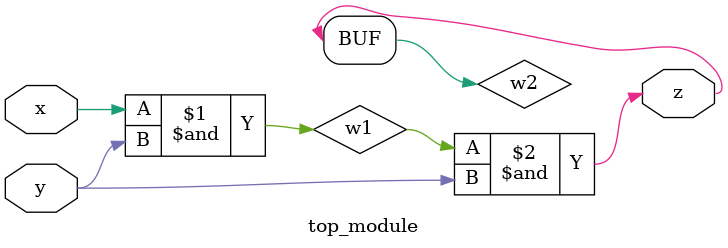
<source format=sv>
module top_module(
	input x,
	input y,
	output z);

	// Declare and assign intermediate variables
	wire w1, w2;

	// Logic gates for intermediate variables
	and gate1(w1, x, y);
	and gate2(w2, w1, y);

	// Output assignment
	assign z = w2;
endmodule

</source>
